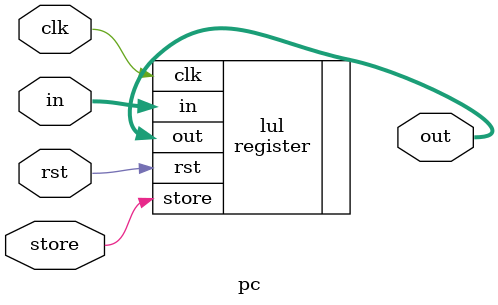
<source format=v>
module pc (
	input clk,    // Clock
	input rst,
	input [15:0] in,
	input store,

	output [15:0] out);

	register lul(.clk(clk), .rst(rst), .in(in), .store(store), .out(out));

endmodule
</source>
